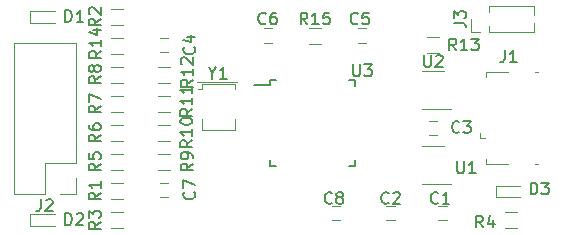
<source format=gbr>
G04 #@! TF.GenerationSoftware,KiCad,Pcbnew,(5.0-dev-4069-g322ce84fb)*
G04 #@! TF.CreationDate,2018-04-09T14:07:30+08:00*
G04 #@! TF.ProjectId,ZZQDap,5A5A514461702E6B696361645F706362,rev?*
G04 #@! TF.SameCoordinates,Original*
G04 #@! TF.FileFunction,Legend,Top*
G04 #@! TF.FilePolarity,Positive*
%FSLAX46Y46*%
G04 Gerber Fmt 4.6, Leading zero omitted, Abs format (unit mm)*
G04 Created by KiCad (PCBNEW (5.0-dev-4069-g322ce84fb)) date 04/09/18 14:07:30*
%MOMM*%
%LPD*%
G01*
G04 APERTURE LIST*
%ADD10C,0.120000*%
%ADD11C,0.150000*%
G04 APERTURE END LIST*
D10*
X136450000Y-117400000D02*
X137150000Y-117400000D01*
X137150000Y-118600000D02*
X136450000Y-118600000D01*
X132750000Y-118600000D02*
X132050000Y-118600000D01*
X132050000Y-117400000D02*
X132750000Y-117400000D01*
X135650000Y-110200000D02*
X136350000Y-110200000D01*
X136350000Y-111400000D02*
X135650000Y-111400000D01*
X113550000Y-104400000D02*
X112850000Y-104400000D01*
X112850000Y-103200000D02*
X113550000Y-103200000D01*
X130350000Y-103600000D02*
X129650000Y-103600000D01*
X129650000Y-102400000D02*
X130350000Y-102400000D01*
X122350000Y-103600000D02*
X121650000Y-103600000D01*
X121650000Y-102400000D02*
X122350000Y-102400000D01*
X112850000Y-115477852D02*
X113550000Y-115477852D01*
X113550000Y-116677852D02*
X112850000Y-116677852D01*
X127450000Y-117400000D02*
X128150000Y-117400000D01*
X128150000Y-118600000D02*
X127450000Y-118600000D01*
X101900000Y-100900000D02*
X104000000Y-100900000D01*
X101900000Y-101900000D02*
X104000000Y-101900000D01*
X101900000Y-100900000D02*
X101900000Y-101900000D01*
X101900000Y-118100000D02*
X101900000Y-119100000D01*
X101900000Y-119100000D02*
X104000000Y-119100000D01*
X101900000Y-118100000D02*
X104000000Y-118100000D01*
X141300000Y-115700000D02*
X143400000Y-115700000D01*
X141300000Y-116700000D02*
X143400000Y-116700000D01*
X141300000Y-115700000D02*
X141300000Y-116700000D01*
X139950000Y-111700000D02*
X140400000Y-111700000D01*
X139950000Y-111700000D02*
X139950000Y-111250000D01*
X140500000Y-106100000D02*
X140500000Y-106550000D01*
X142350000Y-106100000D02*
X140500000Y-106100000D01*
X144900000Y-113900000D02*
X144650000Y-113900000D01*
X144900000Y-106100000D02*
X144650000Y-106100000D01*
X142350000Y-113900000D02*
X140500000Y-113900000D01*
X140500000Y-113900000D02*
X140500000Y-113450000D01*
X105730000Y-116410000D02*
X104400000Y-116410000D01*
X105730000Y-115080000D02*
X105730000Y-116410000D01*
X103130000Y-116410000D02*
X100530000Y-116410000D01*
X103130000Y-113810000D02*
X103130000Y-116410000D01*
X105730000Y-113810000D02*
X103130000Y-113810000D01*
X100530000Y-116410000D02*
X100530000Y-103590000D01*
X105730000Y-113810000D02*
X105730000Y-103590000D01*
X105730000Y-103590000D02*
X100530000Y-103590000D01*
X139240000Y-102710000D02*
X139240000Y-101600000D01*
X140000000Y-102710000D02*
X139240000Y-102710000D01*
X140760000Y-101036529D02*
X140760000Y-100490000D01*
X140760000Y-102710000D02*
X140760000Y-102163471D01*
X140760000Y-100490000D02*
X144505000Y-100490000D01*
X140760000Y-102710000D02*
X144505000Y-102710000D01*
X144505000Y-101292470D02*
X144505000Y-100490000D01*
X144505000Y-102710000D02*
X144505000Y-101907530D01*
X109750000Y-116822852D02*
X108750000Y-116822852D01*
X108750000Y-115462852D02*
X109750000Y-115462852D01*
X108750000Y-100720000D02*
X109750000Y-100720000D01*
X109750000Y-102080000D02*
X108750000Y-102080000D01*
X109750000Y-119280000D02*
X108750000Y-119280000D01*
X108750000Y-117920000D02*
X109750000Y-117920000D01*
X143100000Y-119280000D02*
X142100000Y-119280000D01*
X142100000Y-117920000D02*
X143100000Y-117920000D01*
X108750000Y-113005710D02*
X109750000Y-113005710D01*
X109750000Y-114365710D02*
X108750000Y-114365710D01*
X108750000Y-110548568D02*
X109750000Y-110548568D01*
X109750000Y-111908568D02*
X108750000Y-111908568D01*
X109750000Y-109451426D02*
X108750000Y-109451426D01*
X108750000Y-108091426D02*
X109750000Y-108091426D01*
X108750000Y-105634284D02*
X109750000Y-105634284D01*
X109750000Y-106994284D02*
X108750000Y-106994284D01*
X113700000Y-114365710D02*
X112700000Y-114365710D01*
X112700000Y-113005710D02*
X113700000Y-113005710D01*
X112700000Y-110548568D02*
X113700000Y-110548568D01*
X113700000Y-111908568D02*
X112700000Y-111908568D01*
X113700000Y-109451426D02*
X112700000Y-109451426D01*
X112700000Y-108091426D02*
X113700000Y-108091426D01*
X112700000Y-105634284D02*
X113700000Y-105634284D01*
X113700000Y-106994284D02*
X112700000Y-106994284D01*
X135500000Y-103120000D02*
X136500000Y-103120000D01*
X136500000Y-104480000D02*
X135500000Y-104480000D01*
X109750000Y-104537142D02*
X108750000Y-104537142D01*
X108750000Y-103177142D02*
X109750000Y-103177142D01*
X126500000Y-103680000D02*
X125500000Y-103680000D01*
X125500000Y-102320000D02*
X126500000Y-102320000D01*
X135100000Y-115610000D02*
X137550000Y-115610000D01*
X136900000Y-112390000D02*
X135100000Y-112390000D01*
X135100000Y-109210000D02*
X137550000Y-109210000D01*
X136900000Y-105990000D02*
X135100000Y-105990000D01*
D11*
X122175000Y-107225000D02*
X120800000Y-107225000D01*
X129425000Y-106775000D02*
X128900000Y-106775000D01*
X129425000Y-114025000D02*
X128900000Y-114025000D01*
X122175000Y-114025000D02*
X122700000Y-114025000D01*
X122175000Y-106775000D02*
X122700000Y-106775000D01*
X122175000Y-114025000D02*
X122175000Y-113500000D01*
X129425000Y-114025000D02*
X129425000Y-113500000D01*
X129425000Y-106775000D02*
X129425000Y-107300000D01*
X122175000Y-106775000D02*
X122175000Y-107225000D01*
D10*
X119200000Y-107100000D02*
X119200000Y-107500000D01*
X116400000Y-107100000D02*
X119200000Y-107100000D01*
X116400000Y-107500000D02*
X116400000Y-107150000D01*
X116100000Y-107500000D02*
X116400000Y-107500000D01*
X119400000Y-106900000D02*
X116000000Y-106900000D01*
X116400000Y-111000000D02*
X116400000Y-110050000D01*
X119200000Y-111000000D02*
X116400000Y-111000000D01*
X119200000Y-110050000D02*
X119200000Y-111000000D01*
D11*
X136433333Y-117157142D02*
X136385714Y-117204761D01*
X136242857Y-117252380D01*
X136147619Y-117252380D01*
X136004761Y-117204761D01*
X135909523Y-117109523D01*
X135861904Y-117014285D01*
X135814285Y-116823809D01*
X135814285Y-116680952D01*
X135861904Y-116490476D01*
X135909523Y-116395238D01*
X136004761Y-116300000D01*
X136147619Y-116252380D01*
X136242857Y-116252380D01*
X136385714Y-116300000D01*
X136433333Y-116347619D01*
X137385714Y-117252380D02*
X136814285Y-117252380D01*
X137100000Y-117252380D02*
X137100000Y-116252380D01*
X137004761Y-116395238D01*
X136909523Y-116490476D01*
X136814285Y-116538095D01*
X132233333Y-117157142D02*
X132185714Y-117204761D01*
X132042857Y-117252380D01*
X131947619Y-117252380D01*
X131804761Y-117204761D01*
X131709523Y-117109523D01*
X131661904Y-117014285D01*
X131614285Y-116823809D01*
X131614285Y-116680952D01*
X131661904Y-116490476D01*
X131709523Y-116395238D01*
X131804761Y-116300000D01*
X131947619Y-116252380D01*
X132042857Y-116252380D01*
X132185714Y-116300000D01*
X132233333Y-116347619D01*
X132614285Y-116347619D02*
X132661904Y-116300000D01*
X132757142Y-116252380D01*
X132995238Y-116252380D01*
X133090476Y-116300000D01*
X133138095Y-116347619D01*
X133185714Y-116442857D01*
X133185714Y-116538095D01*
X133138095Y-116680952D01*
X132566666Y-117252380D01*
X133185714Y-117252380D01*
X138233333Y-111157142D02*
X138185714Y-111204761D01*
X138042857Y-111252380D01*
X137947619Y-111252380D01*
X137804761Y-111204761D01*
X137709523Y-111109523D01*
X137661904Y-111014285D01*
X137614285Y-110823809D01*
X137614285Y-110680952D01*
X137661904Y-110490476D01*
X137709523Y-110395238D01*
X137804761Y-110300000D01*
X137947619Y-110252380D01*
X138042857Y-110252380D01*
X138185714Y-110300000D01*
X138233333Y-110347619D01*
X138566666Y-110252380D02*
X139185714Y-110252380D01*
X138852380Y-110633333D01*
X138995238Y-110633333D01*
X139090476Y-110680952D01*
X139138095Y-110728571D01*
X139185714Y-110823809D01*
X139185714Y-111061904D01*
X139138095Y-111157142D01*
X139090476Y-111204761D01*
X138995238Y-111252380D01*
X138709523Y-111252380D01*
X138614285Y-111204761D01*
X138566666Y-111157142D01*
X115757142Y-103966666D02*
X115804761Y-104014285D01*
X115852380Y-104157142D01*
X115852380Y-104252380D01*
X115804761Y-104395238D01*
X115709523Y-104490476D01*
X115614285Y-104538095D01*
X115423809Y-104585714D01*
X115280952Y-104585714D01*
X115090476Y-104538095D01*
X114995238Y-104490476D01*
X114900000Y-104395238D01*
X114852380Y-104252380D01*
X114852380Y-104157142D01*
X114900000Y-104014285D01*
X114947619Y-103966666D01*
X115185714Y-103109523D02*
X115852380Y-103109523D01*
X114804761Y-103347619D02*
X115519047Y-103585714D01*
X115519047Y-102966666D01*
X129633333Y-101957142D02*
X129585714Y-102004761D01*
X129442857Y-102052380D01*
X129347619Y-102052380D01*
X129204761Y-102004761D01*
X129109523Y-101909523D01*
X129061904Y-101814285D01*
X129014285Y-101623809D01*
X129014285Y-101480952D01*
X129061904Y-101290476D01*
X129109523Y-101195238D01*
X129204761Y-101100000D01*
X129347619Y-101052380D01*
X129442857Y-101052380D01*
X129585714Y-101100000D01*
X129633333Y-101147619D01*
X130538095Y-101052380D02*
X130061904Y-101052380D01*
X130014285Y-101528571D01*
X130061904Y-101480952D01*
X130157142Y-101433333D01*
X130395238Y-101433333D01*
X130490476Y-101480952D01*
X130538095Y-101528571D01*
X130585714Y-101623809D01*
X130585714Y-101861904D01*
X130538095Y-101957142D01*
X130490476Y-102004761D01*
X130395238Y-102052380D01*
X130157142Y-102052380D01*
X130061904Y-102004761D01*
X130014285Y-101957142D01*
X121833333Y-101957142D02*
X121785714Y-102004761D01*
X121642857Y-102052380D01*
X121547619Y-102052380D01*
X121404761Y-102004761D01*
X121309523Y-101909523D01*
X121261904Y-101814285D01*
X121214285Y-101623809D01*
X121214285Y-101480952D01*
X121261904Y-101290476D01*
X121309523Y-101195238D01*
X121404761Y-101100000D01*
X121547619Y-101052380D01*
X121642857Y-101052380D01*
X121785714Y-101100000D01*
X121833333Y-101147619D01*
X122690476Y-101052380D02*
X122500000Y-101052380D01*
X122404761Y-101100000D01*
X122357142Y-101147619D01*
X122261904Y-101290476D01*
X122214285Y-101480952D01*
X122214285Y-101861904D01*
X122261904Y-101957142D01*
X122309523Y-102004761D01*
X122404761Y-102052380D01*
X122595238Y-102052380D01*
X122690476Y-102004761D01*
X122738095Y-101957142D01*
X122785714Y-101861904D01*
X122785714Y-101623809D01*
X122738095Y-101528571D01*
X122690476Y-101480952D01*
X122595238Y-101433333D01*
X122404761Y-101433333D01*
X122309523Y-101480952D01*
X122261904Y-101528571D01*
X122214285Y-101623809D01*
X115757142Y-116244518D02*
X115804761Y-116292137D01*
X115852380Y-116434994D01*
X115852380Y-116530232D01*
X115804761Y-116673090D01*
X115709523Y-116768328D01*
X115614285Y-116815947D01*
X115423809Y-116863566D01*
X115280952Y-116863566D01*
X115090476Y-116815947D01*
X114995238Y-116768328D01*
X114900000Y-116673090D01*
X114852380Y-116530232D01*
X114852380Y-116434994D01*
X114900000Y-116292137D01*
X114947619Y-116244518D01*
X114852380Y-115911185D02*
X114852380Y-115244518D01*
X115852380Y-115673090D01*
X127433333Y-117157142D02*
X127385714Y-117204761D01*
X127242857Y-117252380D01*
X127147619Y-117252380D01*
X127004761Y-117204761D01*
X126909523Y-117109523D01*
X126861904Y-117014285D01*
X126814285Y-116823809D01*
X126814285Y-116680952D01*
X126861904Y-116490476D01*
X126909523Y-116395238D01*
X127004761Y-116300000D01*
X127147619Y-116252380D01*
X127242857Y-116252380D01*
X127385714Y-116300000D01*
X127433333Y-116347619D01*
X128004761Y-116680952D02*
X127909523Y-116633333D01*
X127861904Y-116585714D01*
X127814285Y-116490476D01*
X127814285Y-116442857D01*
X127861904Y-116347619D01*
X127909523Y-116300000D01*
X128004761Y-116252380D01*
X128195238Y-116252380D01*
X128290476Y-116300000D01*
X128338095Y-116347619D01*
X128385714Y-116442857D01*
X128385714Y-116490476D01*
X128338095Y-116585714D01*
X128290476Y-116633333D01*
X128195238Y-116680952D01*
X128004761Y-116680952D01*
X127909523Y-116728571D01*
X127861904Y-116776190D01*
X127814285Y-116871428D01*
X127814285Y-117061904D01*
X127861904Y-117157142D01*
X127909523Y-117204761D01*
X128004761Y-117252380D01*
X128195238Y-117252380D01*
X128290476Y-117204761D01*
X128338095Y-117157142D01*
X128385714Y-117061904D01*
X128385714Y-116871428D01*
X128338095Y-116776190D01*
X128290476Y-116728571D01*
X128195238Y-116680952D01*
X104861904Y-101852380D02*
X104861904Y-100852380D01*
X105100000Y-100852380D01*
X105242857Y-100900000D01*
X105338095Y-100995238D01*
X105385714Y-101090476D01*
X105433333Y-101280952D01*
X105433333Y-101423809D01*
X105385714Y-101614285D01*
X105338095Y-101709523D01*
X105242857Y-101804761D01*
X105100000Y-101852380D01*
X104861904Y-101852380D01*
X106385714Y-101852380D02*
X105814285Y-101852380D01*
X106100000Y-101852380D02*
X106100000Y-100852380D01*
X106004761Y-100995238D01*
X105909523Y-101090476D01*
X105814285Y-101138095D01*
X104861904Y-119052380D02*
X104861904Y-118052380D01*
X105100000Y-118052380D01*
X105242857Y-118100000D01*
X105338095Y-118195238D01*
X105385714Y-118290476D01*
X105433333Y-118480952D01*
X105433333Y-118623809D01*
X105385714Y-118814285D01*
X105338095Y-118909523D01*
X105242857Y-119004761D01*
X105100000Y-119052380D01*
X104861904Y-119052380D01*
X105814285Y-118147619D02*
X105861904Y-118100000D01*
X105957142Y-118052380D01*
X106195238Y-118052380D01*
X106290476Y-118100000D01*
X106338095Y-118147619D01*
X106385714Y-118242857D01*
X106385714Y-118338095D01*
X106338095Y-118480952D01*
X105766666Y-119052380D01*
X106385714Y-119052380D01*
X144261904Y-116452380D02*
X144261904Y-115452380D01*
X144500000Y-115452380D01*
X144642857Y-115500000D01*
X144738095Y-115595238D01*
X144785714Y-115690476D01*
X144833333Y-115880952D01*
X144833333Y-116023809D01*
X144785714Y-116214285D01*
X144738095Y-116309523D01*
X144642857Y-116404761D01*
X144500000Y-116452380D01*
X144261904Y-116452380D01*
X145166666Y-115452380D02*
X145785714Y-115452380D01*
X145452380Y-115833333D01*
X145595238Y-115833333D01*
X145690476Y-115880952D01*
X145738095Y-115928571D01*
X145785714Y-116023809D01*
X145785714Y-116261904D01*
X145738095Y-116357142D01*
X145690476Y-116404761D01*
X145595238Y-116452380D01*
X145309523Y-116452380D01*
X145214285Y-116404761D01*
X145166666Y-116357142D01*
X142066666Y-104252380D02*
X142066666Y-104966666D01*
X142019047Y-105109523D01*
X141923809Y-105204761D01*
X141780952Y-105252380D01*
X141685714Y-105252380D01*
X143066666Y-105252380D02*
X142495238Y-105252380D01*
X142780952Y-105252380D02*
X142780952Y-104252380D01*
X142685714Y-104395238D01*
X142590476Y-104490476D01*
X142495238Y-104538095D01*
X102796666Y-116862380D02*
X102796666Y-117576666D01*
X102749047Y-117719523D01*
X102653809Y-117814761D01*
X102510952Y-117862380D01*
X102415714Y-117862380D01*
X103225238Y-116957619D02*
X103272857Y-116910000D01*
X103368095Y-116862380D01*
X103606190Y-116862380D01*
X103701428Y-116910000D01*
X103749047Y-116957619D01*
X103796666Y-117052857D01*
X103796666Y-117148095D01*
X103749047Y-117290952D01*
X103177619Y-117862380D01*
X103796666Y-117862380D01*
X137757380Y-101933333D02*
X138471666Y-101933333D01*
X138614523Y-101980952D01*
X138709761Y-102076190D01*
X138757380Y-102219047D01*
X138757380Y-102314285D01*
X137757380Y-101552380D02*
X137757380Y-100933333D01*
X138138333Y-101266666D01*
X138138333Y-101123809D01*
X138185952Y-101028571D01*
X138233571Y-100980952D01*
X138328809Y-100933333D01*
X138566904Y-100933333D01*
X138662142Y-100980952D01*
X138709761Y-101028571D01*
X138757380Y-101123809D01*
X138757380Y-101409523D01*
X138709761Y-101504761D01*
X138662142Y-101552380D01*
X107852380Y-116309518D02*
X107376190Y-116642852D01*
X107852380Y-116880947D02*
X106852380Y-116880947D01*
X106852380Y-116499994D01*
X106900000Y-116404756D01*
X106947619Y-116357137D01*
X107042857Y-116309518D01*
X107185714Y-116309518D01*
X107280952Y-116357137D01*
X107328571Y-116404756D01*
X107376190Y-116499994D01*
X107376190Y-116880947D01*
X107852380Y-115357137D02*
X107852380Y-115928566D01*
X107852380Y-115642852D02*
X106852380Y-115642852D01*
X106995238Y-115738090D01*
X107090476Y-115833328D01*
X107138095Y-115928566D01*
X107852380Y-101566666D02*
X107376190Y-101900000D01*
X107852380Y-102138095D02*
X106852380Y-102138095D01*
X106852380Y-101757142D01*
X106900000Y-101661904D01*
X106947619Y-101614285D01*
X107042857Y-101566666D01*
X107185714Y-101566666D01*
X107280952Y-101614285D01*
X107328571Y-101661904D01*
X107376190Y-101757142D01*
X107376190Y-102138095D01*
X106947619Y-101185714D02*
X106900000Y-101138095D01*
X106852380Y-101042857D01*
X106852380Y-100804761D01*
X106900000Y-100709523D01*
X106947619Y-100661904D01*
X107042857Y-100614285D01*
X107138095Y-100614285D01*
X107280952Y-100661904D01*
X107852380Y-101233333D01*
X107852380Y-100614285D01*
X107852380Y-118766666D02*
X107376190Y-119100000D01*
X107852380Y-119338095D02*
X106852380Y-119338095D01*
X106852380Y-118957142D01*
X106900000Y-118861904D01*
X106947619Y-118814285D01*
X107042857Y-118766666D01*
X107185714Y-118766666D01*
X107280952Y-118814285D01*
X107328571Y-118861904D01*
X107376190Y-118957142D01*
X107376190Y-119338095D01*
X106852380Y-118433333D02*
X106852380Y-117814285D01*
X107233333Y-118147619D01*
X107233333Y-118004761D01*
X107280952Y-117909523D01*
X107328571Y-117861904D01*
X107423809Y-117814285D01*
X107661904Y-117814285D01*
X107757142Y-117861904D01*
X107804761Y-117909523D01*
X107852380Y-118004761D01*
X107852380Y-118290476D01*
X107804761Y-118385714D01*
X107757142Y-118433333D01*
X140233333Y-119252380D02*
X139900000Y-118776190D01*
X139661904Y-119252380D02*
X139661904Y-118252380D01*
X140042857Y-118252380D01*
X140138095Y-118300000D01*
X140185714Y-118347619D01*
X140233333Y-118442857D01*
X140233333Y-118585714D01*
X140185714Y-118680952D01*
X140138095Y-118728571D01*
X140042857Y-118776190D01*
X139661904Y-118776190D01*
X141090476Y-118585714D02*
X141090476Y-119252380D01*
X140852380Y-118204761D02*
X140614285Y-118919047D01*
X141233333Y-118919047D01*
X107852380Y-113852376D02*
X107376190Y-114185710D01*
X107852380Y-114423805D02*
X106852380Y-114423805D01*
X106852380Y-114042852D01*
X106900000Y-113947614D01*
X106947619Y-113899995D01*
X107042857Y-113852376D01*
X107185714Y-113852376D01*
X107280952Y-113899995D01*
X107328571Y-113947614D01*
X107376190Y-114042852D01*
X107376190Y-114423805D01*
X106852380Y-112947614D02*
X106852380Y-113423805D01*
X107328571Y-113471424D01*
X107280952Y-113423805D01*
X107233333Y-113328567D01*
X107233333Y-113090471D01*
X107280952Y-112995233D01*
X107328571Y-112947614D01*
X107423809Y-112899995D01*
X107661904Y-112899995D01*
X107757142Y-112947614D01*
X107804761Y-112995233D01*
X107852380Y-113090471D01*
X107852380Y-113328567D01*
X107804761Y-113423805D01*
X107757142Y-113471424D01*
X107852380Y-111395234D02*
X107376190Y-111728568D01*
X107852380Y-111966663D02*
X106852380Y-111966663D01*
X106852380Y-111585710D01*
X106900000Y-111490472D01*
X106947619Y-111442853D01*
X107042857Y-111395234D01*
X107185714Y-111395234D01*
X107280952Y-111442853D01*
X107328571Y-111490472D01*
X107376190Y-111585710D01*
X107376190Y-111966663D01*
X106852380Y-110538091D02*
X106852380Y-110728568D01*
X106900000Y-110823806D01*
X106947619Y-110871425D01*
X107090476Y-110966663D01*
X107280952Y-111014282D01*
X107661904Y-111014282D01*
X107757142Y-110966663D01*
X107804761Y-110919044D01*
X107852380Y-110823806D01*
X107852380Y-110633329D01*
X107804761Y-110538091D01*
X107757142Y-110490472D01*
X107661904Y-110442853D01*
X107423809Y-110442853D01*
X107328571Y-110490472D01*
X107280952Y-110538091D01*
X107233333Y-110633329D01*
X107233333Y-110823806D01*
X107280952Y-110919044D01*
X107328571Y-110966663D01*
X107423809Y-111014282D01*
X107852380Y-108938092D02*
X107376190Y-109271426D01*
X107852380Y-109509521D02*
X106852380Y-109509521D01*
X106852380Y-109128568D01*
X106900000Y-109033330D01*
X106947619Y-108985711D01*
X107042857Y-108938092D01*
X107185714Y-108938092D01*
X107280952Y-108985711D01*
X107328571Y-109033330D01*
X107376190Y-109128568D01*
X107376190Y-109509521D01*
X106852380Y-108604759D02*
X106852380Y-107938092D01*
X107852380Y-108366664D01*
X107852380Y-106459522D02*
X107376190Y-106792856D01*
X107852380Y-107030951D02*
X106852380Y-107030951D01*
X106852380Y-106649998D01*
X106900000Y-106554760D01*
X106947619Y-106507141D01*
X107042857Y-106459522D01*
X107185714Y-106459522D01*
X107280952Y-106507141D01*
X107328571Y-106554760D01*
X107376190Y-106649998D01*
X107376190Y-107030951D01*
X107280952Y-105888094D02*
X107233333Y-105983332D01*
X107185714Y-106030951D01*
X107090476Y-106078570D01*
X107042857Y-106078570D01*
X106947619Y-106030951D01*
X106900000Y-105983332D01*
X106852380Y-105888094D01*
X106852380Y-105697617D01*
X106900000Y-105602379D01*
X106947619Y-105554760D01*
X107042857Y-105507141D01*
X107090476Y-105507141D01*
X107185714Y-105554760D01*
X107233333Y-105602379D01*
X107280952Y-105697617D01*
X107280952Y-105888094D01*
X107328571Y-105983332D01*
X107376190Y-106030951D01*
X107471428Y-106078570D01*
X107661904Y-106078570D01*
X107757142Y-106030951D01*
X107804761Y-105983332D01*
X107852380Y-105888094D01*
X107852380Y-105697617D01*
X107804761Y-105602379D01*
X107757142Y-105554760D01*
X107661904Y-105507141D01*
X107471428Y-105507141D01*
X107376190Y-105554760D01*
X107328571Y-105602379D01*
X107280952Y-105697617D01*
X115652380Y-113852376D02*
X115176190Y-114185710D01*
X115652380Y-114423805D02*
X114652380Y-114423805D01*
X114652380Y-114042852D01*
X114700000Y-113947614D01*
X114747619Y-113899995D01*
X114842857Y-113852376D01*
X114985714Y-113852376D01*
X115080952Y-113899995D01*
X115128571Y-113947614D01*
X115176190Y-114042852D01*
X115176190Y-114423805D01*
X115652380Y-113376186D02*
X115652380Y-113185710D01*
X115604761Y-113090471D01*
X115557142Y-113042852D01*
X115414285Y-112947614D01*
X115223809Y-112899995D01*
X114842857Y-112899995D01*
X114747619Y-112947614D01*
X114700000Y-112995233D01*
X114652380Y-113090471D01*
X114652380Y-113280948D01*
X114700000Y-113376186D01*
X114747619Y-113423805D01*
X114842857Y-113471424D01*
X115080952Y-113471424D01*
X115176190Y-113423805D01*
X115223809Y-113376186D01*
X115271428Y-113280948D01*
X115271428Y-113090471D01*
X115223809Y-112995233D01*
X115176190Y-112947614D01*
X115080952Y-112899995D01*
X115602380Y-111871425D02*
X115126190Y-112204758D01*
X115602380Y-112442853D02*
X114602380Y-112442853D01*
X114602380Y-112061901D01*
X114650000Y-111966663D01*
X114697619Y-111919044D01*
X114792857Y-111871425D01*
X114935714Y-111871425D01*
X115030952Y-111919044D01*
X115078571Y-111966663D01*
X115126190Y-112061901D01*
X115126190Y-112442853D01*
X115602380Y-110919044D02*
X115602380Y-111490472D01*
X115602380Y-111204758D02*
X114602380Y-111204758D01*
X114745238Y-111299996D01*
X114840476Y-111395234D01*
X114888095Y-111490472D01*
X114602380Y-110299996D02*
X114602380Y-110204758D01*
X114650000Y-110109520D01*
X114697619Y-110061901D01*
X114792857Y-110014282D01*
X114983333Y-109966663D01*
X115221428Y-109966663D01*
X115411904Y-110014282D01*
X115507142Y-110061901D01*
X115554761Y-110109520D01*
X115602380Y-110204758D01*
X115602380Y-110299996D01*
X115554761Y-110395234D01*
X115507142Y-110442853D01*
X115411904Y-110490472D01*
X115221428Y-110538091D01*
X114983333Y-110538091D01*
X114792857Y-110490472D01*
X114697619Y-110442853D01*
X114650000Y-110395234D01*
X114602380Y-110299996D01*
X115602380Y-109214283D02*
X115126190Y-109547616D01*
X115602380Y-109785711D02*
X114602380Y-109785711D01*
X114602380Y-109404759D01*
X114650000Y-109309521D01*
X114697619Y-109261902D01*
X114792857Y-109214283D01*
X114935714Y-109214283D01*
X115030952Y-109261902D01*
X115078571Y-109309521D01*
X115126190Y-109404759D01*
X115126190Y-109785711D01*
X115602380Y-108261902D02*
X115602380Y-108833330D01*
X115602380Y-108547616D02*
X114602380Y-108547616D01*
X114745238Y-108642854D01*
X114840476Y-108738092D01*
X114888095Y-108833330D01*
X115602380Y-107309521D02*
X115602380Y-107880949D01*
X115602380Y-107595235D02*
X114602380Y-107595235D01*
X114745238Y-107690473D01*
X114840476Y-107785711D01*
X114888095Y-107880949D01*
X115652380Y-106757141D02*
X115176190Y-107090474D01*
X115652380Y-107328569D02*
X114652380Y-107328569D01*
X114652380Y-106947617D01*
X114700000Y-106852379D01*
X114747619Y-106804760D01*
X114842857Y-106757141D01*
X114985714Y-106757141D01*
X115080952Y-106804760D01*
X115128571Y-106852379D01*
X115176190Y-106947617D01*
X115176190Y-107328569D01*
X115652380Y-105804760D02*
X115652380Y-106376188D01*
X115652380Y-106090474D02*
X114652380Y-106090474D01*
X114795238Y-106185712D01*
X114890476Y-106280950D01*
X114938095Y-106376188D01*
X114747619Y-105423807D02*
X114700000Y-105376188D01*
X114652380Y-105280950D01*
X114652380Y-105042855D01*
X114700000Y-104947617D01*
X114747619Y-104899998D01*
X114842857Y-104852379D01*
X114938095Y-104852379D01*
X115080952Y-104899998D01*
X115652380Y-105471426D01*
X115652380Y-104852379D01*
X137957142Y-104252380D02*
X137623809Y-103776190D01*
X137385714Y-104252380D02*
X137385714Y-103252380D01*
X137766666Y-103252380D01*
X137861904Y-103300000D01*
X137909523Y-103347619D01*
X137957142Y-103442857D01*
X137957142Y-103585714D01*
X137909523Y-103680952D01*
X137861904Y-103728571D01*
X137766666Y-103776190D01*
X137385714Y-103776190D01*
X138909523Y-104252380D02*
X138338095Y-104252380D01*
X138623809Y-104252380D02*
X138623809Y-103252380D01*
X138528571Y-103395238D01*
X138433333Y-103490476D01*
X138338095Y-103538095D01*
X139242857Y-103252380D02*
X139861904Y-103252380D01*
X139528571Y-103633333D01*
X139671428Y-103633333D01*
X139766666Y-103680952D01*
X139814285Y-103728571D01*
X139861904Y-103823809D01*
X139861904Y-104061904D01*
X139814285Y-104157142D01*
X139766666Y-104204761D01*
X139671428Y-104252380D01*
X139385714Y-104252380D01*
X139290476Y-104204761D01*
X139242857Y-104157142D01*
X107902380Y-104299999D02*
X107426190Y-104633332D01*
X107902380Y-104871427D02*
X106902380Y-104871427D01*
X106902380Y-104490475D01*
X106950000Y-104395237D01*
X106997619Y-104347618D01*
X107092857Y-104299999D01*
X107235714Y-104299999D01*
X107330952Y-104347618D01*
X107378571Y-104395237D01*
X107426190Y-104490475D01*
X107426190Y-104871427D01*
X107902380Y-103347618D02*
X107902380Y-103919046D01*
X107902380Y-103633332D02*
X106902380Y-103633332D01*
X107045238Y-103728570D01*
X107140476Y-103823808D01*
X107188095Y-103919046D01*
X107235714Y-102490475D02*
X107902380Y-102490475D01*
X106854761Y-102728570D02*
X107569047Y-102966665D01*
X107569047Y-102347618D01*
X125357142Y-102052380D02*
X125023809Y-101576190D01*
X124785714Y-102052380D02*
X124785714Y-101052380D01*
X125166666Y-101052380D01*
X125261904Y-101100000D01*
X125309523Y-101147619D01*
X125357142Y-101242857D01*
X125357142Y-101385714D01*
X125309523Y-101480952D01*
X125261904Y-101528571D01*
X125166666Y-101576190D01*
X124785714Y-101576190D01*
X126309523Y-102052380D02*
X125738095Y-102052380D01*
X126023809Y-102052380D02*
X126023809Y-101052380D01*
X125928571Y-101195238D01*
X125833333Y-101290476D01*
X125738095Y-101338095D01*
X127214285Y-101052380D02*
X126738095Y-101052380D01*
X126690476Y-101528571D01*
X126738095Y-101480952D01*
X126833333Y-101433333D01*
X127071428Y-101433333D01*
X127166666Y-101480952D01*
X127214285Y-101528571D01*
X127261904Y-101623809D01*
X127261904Y-101861904D01*
X127214285Y-101957142D01*
X127166666Y-102004761D01*
X127071428Y-102052380D01*
X126833333Y-102052380D01*
X126738095Y-102004761D01*
X126690476Y-101957142D01*
X138038095Y-113652380D02*
X138038095Y-114461904D01*
X138085714Y-114557142D01*
X138133333Y-114604761D01*
X138228571Y-114652380D01*
X138419047Y-114652380D01*
X138514285Y-114604761D01*
X138561904Y-114557142D01*
X138609523Y-114461904D01*
X138609523Y-113652380D01*
X139609523Y-114652380D02*
X139038095Y-114652380D01*
X139323809Y-114652380D02*
X139323809Y-113652380D01*
X139228571Y-113795238D01*
X139133333Y-113890476D01*
X139038095Y-113938095D01*
X135238095Y-104652380D02*
X135238095Y-105461904D01*
X135285714Y-105557142D01*
X135333333Y-105604761D01*
X135428571Y-105652380D01*
X135619047Y-105652380D01*
X135714285Y-105604761D01*
X135761904Y-105557142D01*
X135809523Y-105461904D01*
X135809523Y-104652380D01*
X136238095Y-104747619D02*
X136285714Y-104700000D01*
X136380952Y-104652380D01*
X136619047Y-104652380D01*
X136714285Y-104700000D01*
X136761904Y-104747619D01*
X136809523Y-104842857D01*
X136809523Y-104938095D01*
X136761904Y-105080952D01*
X136190476Y-105652380D01*
X136809523Y-105652380D01*
X129238095Y-105452380D02*
X129238095Y-106261904D01*
X129285714Y-106357142D01*
X129333333Y-106404761D01*
X129428571Y-106452380D01*
X129619047Y-106452380D01*
X129714285Y-106404761D01*
X129761904Y-106357142D01*
X129809523Y-106261904D01*
X129809523Y-105452380D01*
X130190476Y-105452380D02*
X130809523Y-105452380D01*
X130476190Y-105833333D01*
X130619047Y-105833333D01*
X130714285Y-105880952D01*
X130761904Y-105928571D01*
X130809523Y-106023809D01*
X130809523Y-106261904D01*
X130761904Y-106357142D01*
X130714285Y-106404761D01*
X130619047Y-106452380D01*
X130333333Y-106452380D01*
X130238095Y-106404761D01*
X130190476Y-106357142D01*
X117323809Y-106176190D02*
X117323809Y-106652380D01*
X116990476Y-105652380D02*
X117323809Y-106176190D01*
X117657142Y-105652380D01*
X118514285Y-106652380D02*
X117942857Y-106652380D01*
X118228571Y-106652380D02*
X118228571Y-105652380D01*
X118133333Y-105795238D01*
X118038095Y-105890476D01*
X117942857Y-105938095D01*
M02*

</source>
